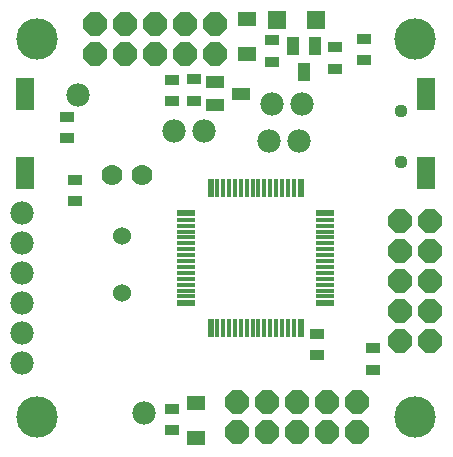
<source format=gts>
G75*
%MOIN*%
%OFA0B0*%
%FSLAX25Y25*%
%IPPOS*%
%LPD*%
%AMOC8*
5,1,8,0,0,1.08239X$1,22.5*
%
%ADD10C,0.13786*%
%ADD11R,0.05124X0.03550*%
%ADD12R,0.05900X0.05900*%
%ADD13R,0.05912X0.05124*%
%ADD14R,0.05912X0.04337*%
%ADD15C,0.07800*%
%ADD16OC8,0.07800*%
%ADD17R,0.04337X0.05912*%
%ADD18R,0.06306X0.01975*%
%ADD19R,0.06306X0.01502*%
%ADD20R,0.01975X0.06306*%
%ADD21R,0.01502X0.06306*%
%ADD22R,0.05912X0.10833*%
%ADD23C,0.04400*%
%ADD24C,0.06000*%
%ADD25C,0.07000*%
D10*
X0017650Y0017394D03*
X0143635Y0017394D03*
X0143635Y0143378D03*
X0017650Y0143378D03*
D11*
X0027769Y0117591D03*
X0027769Y0110504D03*
X0030564Y0096409D03*
X0030564Y0089323D03*
X0062808Y0122827D03*
X0062808Y0129913D03*
X0069934Y0129953D03*
X0069934Y0122866D03*
X0096154Y0135937D03*
X0096154Y0143024D03*
X0116942Y0140661D03*
X0116942Y0133575D03*
X0126863Y0136488D03*
X0126863Y0143575D03*
X0111036Y0045228D03*
X0111036Y0038142D03*
X0129776Y0040307D03*
X0129776Y0033220D03*
X0062611Y0020150D03*
X0062611Y0013063D03*
D12*
X0097686Y0149795D03*
X0110686Y0149795D03*
D13*
X0087808Y0150110D03*
X0087808Y0138299D03*
X0070682Y0022118D03*
X0070682Y0010307D03*
D14*
X0077217Y0121488D03*
X0077217Y0128969D03*
X0085879Y0125228D03*
D15*
X0096076Y0121882D03*
X0106076Y0121882D03*
X0105209Y0109598D03*
X0095209Y0109598D03*
X0073320Y0112669D03*
X0063320Y0112669D03*
X0031312Y0124717D03*
X0012926Y0085504D03*
X0012926Y0075504D03*
X0012926Y0065504D03*
X0012926Y0055504D03*
X0012926Y0045504D03*
X0012926Y0035504D03*
X0053517Y0018929D03*
D16*
X0084265Y0022394D03*
X0094265Y0022394D03*
X0104265Y0022394D03*
X0114265Y0022394D03*
X0124265Y0022394D03*
X0124265Y0012394D03*
X0114265Y0012394D03*
X0104265Y0012394D03*
X0094265Y0012394D03*
X0084265Y0012394D03*
X0138635Y0042669D03*
X0148635Y0042669D03*
X0148635Y0052669D03*
X0148635Y0062669D03*
X0138635Y0062669D03*
X0138635Y0052669D03*
X0138635Y0072669D03*
X0148635Y0072669D03*
X0148635Y0082669D03*
X0138635Y0082669D03*
X0077020Y0138378D03*
X0077020Y0148378D03*
X0067020Y0148378D03*
X0057020Y0148378D03*
X0047020Y0148378D03*
X0037020Y0148378D03*
X0037020Y0138378D03*
X0047020Y0138378D03*
X0057020Y0138378D03*
X0067020Y0138378D03*
D17*
X0102965Y0140976D03*
X0110446Y0140976D03*
X0106706Y0132315D03*
D18*
X0113831Y0085425D03*
X0113831Y0055425D03*
X0067375Y0055425D03*
X0067375Y0085425D03*
D19*
X0067375Y0083220D03*
X0067375Y0081252D03*
X0067375Y0079283D03*
X0067375Y0077315D03*
X0067375Y0075346D03*
X0067375Y0073378D03*
X0067375Y0071409D03*
X0067375Y0069441D03*
X0067375Y0067472D03*
X0067375Y0065504D03*
X0067375Y0063535D03*
X0067375Y0061567D03*
X0067375Y0059598D03*
X0067375Y0057630D03*
X0113831Y0057630D03*
X0113831Y0059598D03*
X0113831Y0061567D03*
X0113831Y0063535D03*
X0113831Y0065504D03*
X0113831Y0067472D03*
X0113831Y0069441D03*
X0113831Y0071409D03*
X0113831Y0073378D03*
X0113831Y0075346D03*
X0113831Y0077315D03*
X0113831Y0079283D03*
X0113831Y0081252D03*
X0113831Y0083220D03*
D20*
X0105603Y0093654D03*
X0075603Y0093654D03*
X0075603Y0047197D03*
X0105603Y0047197D03*
D21*
X0103398Y0047197D03*
X0101430Y0047197D03*
X0099461Y0047197D03*
X0097493Y0047197D03*
X0095524Y0047197D03*
X0093556Y0047197D03*
X0091587Y0047197D03*
X0089619Y0047197D03*
X0087650Y0047197D03*
X0085682Y0047197D03*
X0083713Y0047197D03*
X0081745Y0047197D03*
X0079776Y0047197D03*
X0077808Y0047197D03*
X0077808Y0093654D03*
X0079776Y0093654D03*
X0081745Y0093654D03*
X0083713Y0093654D03*
X0085682Y0093654D03*
X0087650Y0093654D03*
X0089619Y0093654D03*
X0091587Y0093654D03*
X0093556Y0093654D03*
X0095524Y0093654D03*
X0097493Y0093654D03*
X0099461Y0093654D03*
X0101430Y0093654D03*
X0103398Y0093654D03*
D22*
X0147572Y0098791D03*
X0147572Y0124972D03*
X0013713Y0124972D03*
X0013713Y0098791D03*
D23*
X0138969Y0102594D03*
X0138969Y0119594D03*
D24*
X0046233Y0077917D03*
X0046233Y0058917D03*
D25*
X0042887Y0098102D03*
X0052887Y0098102D03*
M02*

</source>
